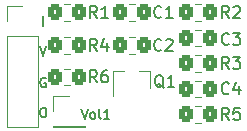
<source format=gbr>
%TF.GenerationSoftware,KiCad,Pcbnew,6.0.0+dfsg1-2*%
%TF.CreationDate,2022-01-11T21:31:26+02:00*%
%TF.ProjectId,pimentero,70696d65-6e74-4657-926f-2e6b69636164,rev?*%
%TF.SameCoordinates,Original*%
%TF.FileFunction,Legend,Top*%
%TF.FilePolarity,Positive*%
%FSLAX46Y46*%
G04 Gerber Fmt 4.6, Leading zero omitted, Abs format (unit mm)*
G04 Created by KiCad (PCBNEW 6.0.0+dfsg1-2) date 2022-01-11 21:31:26*
%MOMM*%
%LPD*%
G01*
G04 APERTURE LIST*
G04 Aperture macros list*
%AMRoundRect*
0 Rectangle with rounded corners*
0 $1 Rounding radius*
0 $2 $3 $4 $5 $6 $7 $8 $9 X,Y pos of 4 corners*
0 Add a 4 corners polygon primitive as box body*
4,1,4,$2,$3,$4,$5,$6,$7,$8,$9,$2,$3,0*
0 Add four circle primitives for the rounded corners*
1,1,$1+$1,$2,$3*
1,1,$1+$1,$4,$5*
1,1,$1+$1,$6,$7*
1,1,$1+$1,$8,$9*
0 Add four rect primitives between the rounded corners*
20,1,$1+$1,$2,$3,$4,$5,0*
20,1,$1+$1,$4,$5,$6,$7,0*
20,1,$1+$1,$6,$7,$8,$9,0*
20,1,$1+$1,$8,$9,$2,$3,0*%
G04 Aperture macros list end*
%ADD10C,0.127000*%
%ADD11C,0.150000*%
%ADD12C,0.120000*%
%ADD13RoundRect,0.250000X-0.325000X-0.450000X0.325000X-0.450000X0.325000X0.450000X-0.325000X0.450000X0*%
%ADD14R,1.700000X1.700000*%
%ADD15R,0.800000X0.900000*%
%ADD16O,1.700000X1.700000*%
%ADD17RoundRect,0.250000X0.325000X0.450000X-0.325000X0.450000X-0.325000X-0.450000X0.325000X-0.450000X0*%
G04 APERTURE END LIST*
D10*
X106680000Y-68687904D02*
X106680000Y-67887904D01*
X106603809Y-75634904D02*
X106756190Y-75634904D01*
X106832380Y-75673000D01*
X106908571Y-75749190D01*
X106946666Y-75901571D01*
X106946666Y-76168238D01*
X106908571Y-76320619D01*
X106832380Y-76396809D01*
X106756190Y-76434904D01*
X106603809Y-76434904D01*
X106527619Y-76396809D01*
X106451428Y-76320619D01*
X106413333Y-76168238D01*
X106413333Y-75901571D01*
X106451428Y-75749190D01*
X106527619Y-75673000D01*
X106603809Y-75634904D01*
X106889523Y-73133000D02*
X106813333Y-73094904D01*
X106699047Y-73094904D01*
X106584761Y-73133000D01*
X106508571Y-73209190D01*
X106470476Y-73285380D01*
X106432380Y-73437761D01*
X106432380Y-73552047D01*
X106470476Y-73704428D01*
X106508571Y-73780619D01*
X106584761Y-73856809D01*
X106699047Y-73894904D01*
X106775238Y-73894904D01*
X106889523Y-73856809D01*
X106927619Y-73818714D01*
X106927619Y-73552047D01*
X106775238Y-73552047D01*
X106413333Y-70427904D02*
X106680000Y-71227904D01*
X106946666Y-70427904D01*
X109905952Y-75761904D02*
X110172619Y-76561904D01*
X110439285Y-75761904D01*
X110820238Y-76561904D02*
X110744047Y-76523809D01*
X110705952Y-76485714D01*
X110667857Y-76409523D01*
X110667857Y-76180952D01*
X110705952Y-76104761D01*
X110744047Y-76066666D01*
X110820238Y-76028571D01*
X110934523Y-76028571D01*
X111010714Y-76066666D01*
X111048809Y-76104761D01*
X111086904Y-76180952D01*
X111086904Y-76409523D01*
X111048809Y-76485714D01*
X111010714Y-76523809D01*
X110934523Y-76561904D01*
X110820238Y-76561904D01*
X111544047Y-76561904D02*
X111467857Y-76523809D01*
X111429761Y-76447619D01*
X111429761Y-75761904D01*
X112267857Y-76561904D02*
X111810714Y-76561904D01*
X112039285Y-76561904D02*
X112039285Y-75761904D01*
X111963095Y-75876190D01*
X111886904Y-75952380D01*
X111810714Y-75990476D01*
D11*
%TO.C,C4*%
X122388333Y-74398142D02*
X122340714Y-74445761D01*
X122197857Y-74493380D01*
X122102619Y-74493380D01*
X121959761Y-74445761D01*
X121864523Y-74350523D01*
X121816904Y-74255285D01*
X121769285Y-74064809D01*
X121769285Y-73921952D01*
X121816904Y-73731476D01*
X121864523Y-73636238D01*
X121959761Y-73541000D01*
X122102619Y-73493380D01*
X122197857Y-73493380D01*
X122340714Y-73541000D01*
X122388333Y-73588619D01*
X123245476Y-73826714D02*
X123245476Y-74493380D01*
X123007380Y-73445761D02*
X122769285Y-74160047D01*
X123388333Y-74160047D01*
%TO.C,R4*%
X111212333Y-70810380D02*
X110879000Y-70334190D01*
X110640904Y-70810380D02*
X110640904Y-69810380D01*
X111021857Y-69810380D01*
X111117095Y-69858000D01*
X111164714Y-69905619D01*
X111212333Y-70000857D01*
X111212333Y-70143714D01*
X111164714Y-70238952D01*
X111117095Y-70286571D01*
X111021857Y-70334190D01*
X110640904Y-70334190D01*
X112069476Y-70143714D02*
X112069476Y-70810380D01*
X111831380Y-69762761D02*
X111593285Y-70477047D01*
X112212333Y-70477047D01*
%TO.C,C3*%
X122388333Y-70207142D02*
X122340714Y-70254761D01*
X122197857Y-70302380D01*
X122102619Y-70302380D01*
X121959761Y-70254761D01*
X121864523Y-70159523D01*
X121816904Y-70064285D01*
X121769285Y-69873809D01*
X121769285Y-69730952D01*
X121816904Y-69540476D01*
X121864523Y-69445238D01*
X121959761Y-69350000D01*
X122102619Y-69302380D01*
X122197857Y-69302380D01*
X122340714Y-69350000D01*
X122388333Y-69397619D01*
X122721666Y-69302380D02*
X123340714Y-69302380D01*
X123007380Y-69683333D01*
X123150238Y-69683333D01*
X123245476Y-69730952D01*
X123293095Y-69778571D01*
X123340714Y-69873809D01*
X123340714Y-70111904D01*
X123293095Y-70207142D01*
X123245476Y-70254761D01*
X123150238Y-70302380D01*
X122864523Y-70302380D01*
X122769285Y-70254761D01*
X122721666Y-70207142D01*
%TO.C,R3*%
X122388333Y-72334380D02*
X122055000Y-71858190D01*
X121816904Y-72334380D02*
X121816904Y-71334380D01*
X122197857Y-71334380D01*
X122293095Y-71382000D01*
X122340714Y-71429619D01*
X122388333Y-71524857D01*
X122388333Y-71667714D01*
X122340714Y-71762952D01*
X122293095Y-71810571D01*
X122197857Y-71858190D01*
X121816904Y-71858190D01*
X122721666Y-71334380D02*
X123340714Y-71334380D01*
X123007380Y-71715333D01*
X123150238Y-71715333D01*
X123245476Y-71762952D01*
X123293095Y-71810571D01*
X123340714Y-71905809D01*
X123340714Y-72143904D01*
X123293095Y-72239142D01*
X123245476Y-72286761D01*
X123150238Y-72334380D01*
X122864523Y-72334380D01*
X122769285Y-72286761D01*
X122721666Y-72239142D01*
%TO.C,R2*%
X122388333Y-68016380D02*
X122055000Y-67540190D01*
X121816904Y-68016380D02*
X121816904Y-67016380D01*
X122197857Y-67016380D01*
X122293095Y-67064000D01*
X122340714Y-67111619D01*
X122388333Y-67206857D01*
X122388333Y-67349714D01*
X122340714Y-67444952D01*
X122293095Y-67492571D01*
X122197857Y-67540190D01*
X121816904Y-67540190D01*
X122769285Y-67111619D02*
X122816904Y-67064000D01*
X122912142Y-67016380D01*
X123150238Y-67016380D01*
X123245476Y-67064000D01*
X123293095Y-67111619D01*
X123340714Y-67206857D01*
X123340714Y-67302095D01*
X123293095Y-67444952D01*
X122721666Y-68016380D01*
X123340714Y-68016380D01*
%TO.C,C1*%
X116673333Y-67921142D02*
X116625714Y-67968761D01*
X116482857Y-68016380D01*
X116387619Y-68016380D01*
X116244761Y-67968761D01*
X116149523Y-67873523D01*
X116101904Y-67778285D01*
X116054285Y-67587809D01*
X116054285Y-67444952D01*
X116101904Y-67254476D01*
X116149523Y-67159238D01*
X116244761Y-67064000D01*
X116387619Y-67016380D01*
X116482857Y-67016380D01*
X116625714Y-67064000D01*
X116673333Y-67111619D01*
X117625714Y-68016380D02*
X117054285Y-68016380D01*
X117340000Y-68016380D02*
X117340000Y-67016380D01*
X117244761Y-67159238D01*
X117149523Y-67254476D01*
X117054285Y-67302095D01*
%TO.C,R5*%
X122388333Y-76652380D02*
X122055000Y-76176190D01*
X121816904Y-76652380D02*
X121816904Y-75652380D01*
X122197857Y-75652380D01*
X122293095Y-75700000D01*
X122340714Y-75747619D01*
X122388333Y-75842857D01*
X122388333Y-75985714D01*
X122340714Y-76080952D01*
X122293095Y-76128571D01*
X122197857Y-76176190D01*
X121816904Y-76176190D01*
X123293095Y-75652380D02*
X122816904Y-75652380D01*
X122769285Y-76128571D01*
X122816904Y-76080952D01*
X122912142Y-76033333D01*
X123150238Y-76033333D01*
X123245476Y-76080952D01*
X123293095Y-76128571D01*
X123340714Y-76223809D01*
X123340714Y-76461904D01*
X123293095Y-76557142D01*
X123245476Y-76604761D01*
X123150238Y-76652380D01*
X122912142Y-76652380D01*
X122816904Y-76604761D01*
X122769285Y-76557142D01*
%TO.C,Q1*%
X116871761Y-73953619D02*
X116776523Y-73906000D01*
X116681285Y-73810761D01*
X116538428Y-73667904D01*
X116443190Y-73620285D01*
X116347952Y-73620285D01*
X116395571Y-73858380D02*
X116300333Y-73810761D01*
X116205095Y-73715523D01*
X116157476Y-73525047D01*
X116157476Y-73191714D01*
X116205095Y-73001238D01*
X116300333Y-72906000D01*
X116395571Y-72858380D01*
X116586047Y-72858380D01*
X116681285Y-72906000D01*
X116776523Y-73001238D01*
X116824142Y-73191714D01*
X116824142Y-73525047D01*
X116776523Y-73715523D01*
X116681285Y-73810761D01*
X116586047Y-73858380D01*
X116395571Y-73858380D01*
X117776523Y-73858380D02*
X117205095Y-73858380D01*
X117490809Y-73858380D02*
X117490809Y-72858380D01*
X117395571Y-73001238D01*
X117300333Y-73096476D01*
X117205095Y-73144095D01*
%TO.C,C2*%
X116673333Y-70715142D02*
X116625714Y-70762761D01*
X116482857Y-70810380D01*
X116387619Y-70810380D01*
X116244761Y-70762761D01*
X116149523Y-70667523D01*
X116101904Y-70572285D01*
X116054285Y-70381809D01*
X116054285Y-70238952D01*
X116101904Y-70048476D01*
X116149523Y-69953238D01*
X116244761Y-69858000D01*
X116387619Y-69810380D01*
X116482857Y-69810380D01*
X116625714Y-69858000D01*
X116673333Y-69905619D01*
X117054285Y-69905619D02*
X117101904Y-69858000D01*
X117197142Y-69810380D01*
X117435238Y-69810380D01*
X117530476Y-69858000D01*
X117578095Y-69905619D01*
X117625714Y-70000857D01*
X117625714Y-70096095D01*
X117578095Y-70238952D01*
X117006666Y-70810380D01*
X117625714Y-70810380D01*
%TO.C,R1*%
X111212333Y-68016380D02*
X110879000Y-67540190D01*
X110640904Y-68016380D02*
X110640904Y-67016380D01*
X111021857Y-67016380D01*
X111117095Y-67064000D01*
X111164714Y-67111619D01*
X111212333Y-67206857D01*
X111212333Y-67349714D01*
X111164714Y-67444952D01*
X111117095Y-67492571D01*
X111021857Y-67540190D01*
X110640904Y-67540190D01*
X112164714Y-68016380D02*
X111593285Y-68016380D01*
X111879000Y-68016380D02*
X111879000Y-67016380D01*
X111783761Y-67159238D01*
X111688523Y-67254476D01*
X111593285Y-67302095D01*
%TO.C,R6*%
X111212333Y-73477380D02*
X110879000Y-73001190D01*
X110640904Y-73477380D02*
X110640904Y-72477380D01*
X111021857Y-72477380D01*
X111117095Y-72525000D01*
X111164714Y-72572619D01*
X111212333Y-72667857D01*
X111212333Y-72810714D01*
X111164714Y-72905952D01*
X111117095Y-72953571D01*
X111021857Y-73001190D01*
X110640904Y-73001190D01*
X112069476Y-72477380D02*
X111879000Y-72477380D01*
X111783761Y-72525000D01*
X111736142Y-72572619D01*
X111640904Y-72715476D01*
X111593285Y-72905952D01*
X111593285Y-73286904D01*
X111640904Y-73382142D01*
X111688523Y-73429761D01*
X111783761Y-73477380D01*
X111974238Y-73477380D01*
X112069476Y-73429761D01*
X112117095Y-73382142D01*
X112164714Y-73286904D01*
X112164714Y-73048809D01*
X112117095Y-72953571D01*
X112069476Y-72905952D01*
X111974238Y-72858333D01*
X111783761Y-72858333D01*
X111688523Y-72905952D01*
X111640904Y-72953571D01*
X111593285Y-73048809D01*
D12*
%TO.C,C4*%
X119499748Y-73331000D02*
X120022252Y-73331000D01*
X119499748Y-74751000D02*
X120022252Y-74751000D01*
%TO.C,J2*%
X107509000Y-77276000D02*
X110169000Y-77276000D01*
X107509000Y-77216000D02*
X110169000Y-77216000D01*
X107509000Y-75946000D02*
X107509000Y-74616000D01*
X107509000Y-74616000D02*
X108839000Y-74616000D01*
X110169000Y-77216000D02*
X110169000Y-77276000D01*
X107509000Y-77216000D02*
X107509000Y-77276000D01*
%TO.C,R4*%
X108450748Y-71068000D02*
X108973252Y-71068000D01*
X108450748Y-69648000D02*
X108973252Y-69648000D01*
%TO.C,C3*%
X119499748Y-69013000D02*
X120022252Y-69013000D01*
X119499748Y-70433000D02*
X120022252Y-70433000D01*
%TO.C,R3*%
X119499748Y-72592000D02*
X120022252Y-72592000D01*
X119499748Y-71172000D02*
X120022252Y-71172000D01*
%TO.C,R2*%
X119499748Y-68274000D02*
X120022252Y-68274000D01*
X119499748Y-66854000D02*
X120022252Y-66854000D01*
%TO.C,C1*%
X113911748Y-68274000D02*
X114434252Y-68274000D01*
X113911748Y-66854000D02*
X114434252Y-66854000D01*
%TO.C,R5*%
X119499748Y-76910000D02*
X120022252Y-76910000D01*
X119499748Y-75490000D02*
X120022252Y-75490000D01*
%TO.C,Q1*%
X115753000Y-72519000D02*
X115753000Y-73979000D01*
X115753000Y-72519000D02*
X114823000Y-72519000D01*
X112593000Y-72519000D02*
X113523000Y-72519000D01*
X112593000Y-72519000D02*
X112593000Y-74679000D01*
%TO.C,C2*%
X113911748Y-71068000D02*
X114434252Y-71068000D01*
X113911748Y-69648000D02*
X114434252Y-69648000D01*
%TO.C,R1*%
X108450748Y-68274000D02*
X108973252Y-68274000D01*
X108450748Y-66854000D02*
X108973252Y-66854000D01*
%TO.C,J1*%
X103572000Y-69596000D02*
X103572000Y-77276000D01*
X103572000Y-77276000D02*
X106232000Y-77276000D01*
X103572000Y-68326000D02*
X103572000Y-66996000D01*
X106232000Y-69596000D02*
X106232000Y-77276000D01*
X103572000Y-69596000D02*
X106232000Y-69596000D01*
X103572000Y-66996000D02*
X104902000Y-66996000D01*
%TO.C,R6*%
X108973252Y-73735000D02*
X108450748Y-73735000D01*
X108973252Y-72315000D02*
X108450748Y-72315000D01*
%TD*%
%LPC*%
D13*
%TO.C,C4*%
X118736000Y-74041000D03*
X120786000Y-74041000D03*
%TD*%
D14*
%TO.C,J2*%
X108839000Y-75946000D03*
%TD*%
D13*
%TO.C,R4*%
X107687000Y-70358000D03*
X109737000Y-70358000D03*
%TD*%
%TO.C,C3*%
X118736000Y-69723000D03*
X120786000Y-69723000D03*
%TD*%
%TO.C,R3*%
X118736000Y-71882000D03*
X120786000Y-71882000D03*
%TD*%
%TO.C,R2*%
X118736000Y-67564000D03*
X120786000Y-67564000D03*
%TD*%
%TO.C,C1*%
X113148000Y-67564000D03*
X115198000Y-67564000D03*
%TD*%
%TO.C,R5*%
X118736000Y-76200000D03*
X120786000Y-76200000D03*
%TD*%
D15*
%TO.C,Q1*%
X113223000Y-74279000D03*
X115123000Y-74279000D03*
X114173000Y-72279000D03*
%TD*%
D13*
%TO.C,C2*%
X113148000Y-70358000D03*
X115198000Y-70358000D03*
%TD*%
%TO.C,R1*%
X107687000Y-67564000D03*
X109737000Y-67564000D03*
%TD*%
D14*
%TO.C,J1*%
X104902000Y-68326000D03*
D16*
X104902000Y-70866000D03*
X104902000Y-73406000D03*
X104902000Y-75946000D03*
%TD*%
D17*
%TO.C,R6*%
X109737000Y-73025000D03*
X107687000Y-73025000D03*
%TD*%
M02*

</source>
